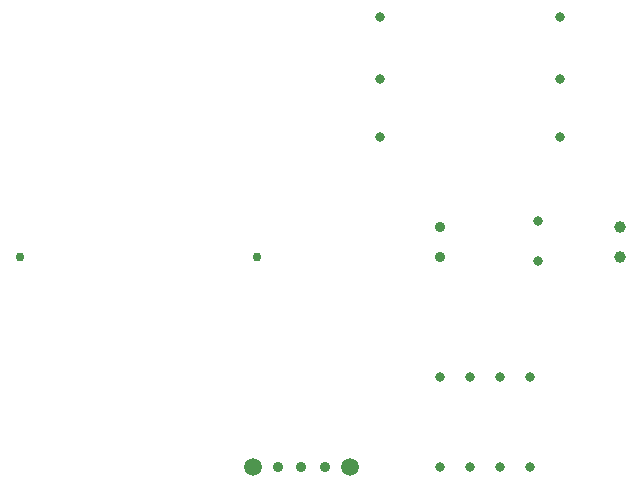
<source format=gbr>
%TF.GenerationSoftware,KiCad,Pcbnew,7.0.7*%
%TF.CreationDate,2024-02-22T22:38:43+05:30*%
%TF.ProjectId,Digital_Diya,44696769-7461-46c5-9f44-6979612e6b69,rev?*%
%TF.SameCoordinates,Original*%
%TF.FileFunction,Plated,1,2,PTH,Drill*%
%TF.FilePolarity,Positive*%
%FSLAX46Y46*%
G04 Gerber Fmt 4.6, Leading zero omitted, Abs format (unit mm)*
G04 Created by KiCad (PCBNEW 7.0.7) date 2024-02-22 22:38:43*
%MOMM*%
%LPD*%
G01*
G04 APERTURE LIST*
%TA.AperFunction,ComponentDrill*%
%ADD10C,0.762000*%
%TD*%
%TA.AperFunction,ComponentDrill*%
%ADD11C,0.800000*%
%TD*%
%TA.AperFunction,ComponentDrill*%
%ADD12C,0.900000*%
%TD*%
%TA.AperFunction,ComponentDrill*%
%ADD13C,1.000000*%
%TD*%
%TA.AperFunction,ComponentDrill*%
%ADD14C,1.500000*%
%TD*%
G04 APERTURE END LIST*
D10*
%TO.C,BT1*%
X119380000Y-86360000D03*
X139446000Y-86360000D03*
D11*
%TO.C,R1*%
X149860000Y-66040000D03*
%TO.C,R3*%
X149860000Y-71340000D03*
%TO.C,R4*%
X149860000Y-76200000D03*
%TO.C,U1*%
X154940000Y-96520000D03*
X154940000Y-104140000D03*
X157480000Y-96520000D03*
X157480000Y-104140000D03*
X160020000Y-96520000D03*
X160020000Y-104140000D03*
X162560000Y-96520000D03*
X162560000Y-104140000D03*
%TO.C,R2*%
X163285000Y-83310000D03*
X163285000Y-86710000D03*
%TO.C,R1*%
X165100000Y-66040000D03*
%TO.C,R3*%
X165100000Y-71340000D03*
%TO.C,R4*%
X165100000Y-76200000D03*
D12*
%TO.C,SW1*%
X141220000Y-104140000D03*
X143220000Y-104140000D03*
X145220000Y-104140000D03*
%TO.C,D1*%
X154940000Y-83820000D03*
X154940000Y-86360000D03*
D13*
%TO.C,MK1*%
X170180000Y-83820000D03*
X170180000Y-86360000D03*
D14*
%TO.C,SW1*%
X139120000Y-104140000D03*
X147320000Y-104140000D03*
M02*

</source>
